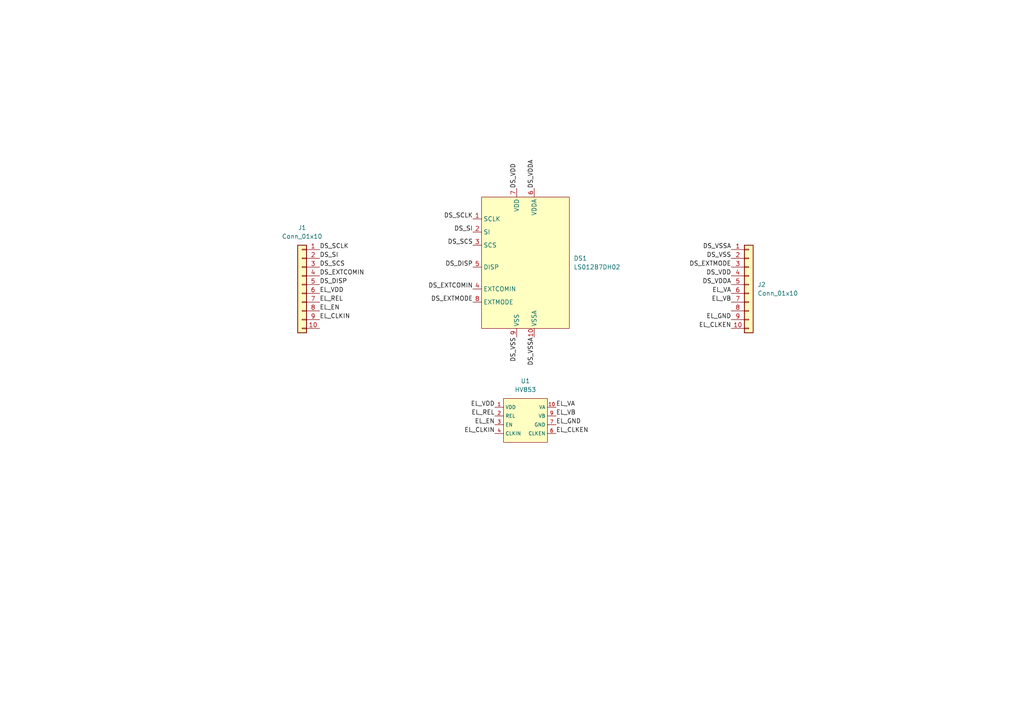
<source format=kicad_sch>
(kicad_sch (version 20211123) (generator eeschema)

  (uuid ca0bcb00-6c2d-4ac8-b98a-45786f6351ae)

  (paper "A4")

  (lib_symbols
    (symbol "Connector_Generic:Conn_01x10" (pin_names (offset 1.016) hide) (in_bom yes) (on_board yes)
      (property "Reference" "J" (id 0) (at 0 12.7 0)
        (effects (font (size 1.27 1.27)))
      )
      (property "Value" "Conn_01x10" (id 1) (at 0 -15.24 0)
        (effects (font (size 1.27 1.27)))
      )
      (property "Footprint" "" (id 2) (at 0 0 0)
        (effects (font (size 1.27 1.27)) hide)
      )
      (property "Datasheet" "~" (id 3) (at 0 0 0)
        (effects (font (size 1.27 1.27)) hide)
      )
      (property "ki_keywords" "connector" (id 4) (at 0 0 0)
        (effects (font (size 1.27 1.27)) hide)
      )
      (property "ki_description" "Generic connector, single row, 01x10, script generated (kicad-library-utils/schlib/autogen/connector/)" (id 5) (at 0 0 0)
        (effects (font (size 1.27 1.27)) hide)
      )
      (property "ki_fp_filters" "Connector*:*_1x??_*" (id 6) (at 0 0 0)
        (effects (font (size 1.27 1.27)) hide)
      )
      (symbol "Conn_01x10_1_1"
        (rectangle (start -1.27 -12.573) (end 0 -12.827)
          (stroke (width 0.1524) (type default) (color 0 0 0 0))
          (fill (type none))
        )
        (rectangle (start -1.27 -10.033) (end 0 -10.287)
          (stroke (width 0.1524) (type default) (color 0 0 0 0))
          (fill (type none))
        )
        (rectangle (start -1.27 -7.493) (end 0 -7.747)
          (stroke (width 0.1524) (type default) (color 0 0 0 0))
          (fill (type none))
        )
        (rectangle (start -1.27 -4.953) (end 0 -5.207)
          (stroke (width 0.1524) (type default) (color 0 0 0 0))
          (fill (type none))
        )
        (rectangle (start -1.27 -2.413) (end 0 -2.667)
          (stroke (width 0.1524) (type default) (color 0 0 0 0))
          (fill (type none))
        )
        (rectangle (start -1.27 0.127) (end 0 -0.127)
          (stroke (width 0.1524) (type default) (color 0 0 0 0))
          (fill (type none))
        )
        (rectangle (start -1.27 2.667) (end 0 2.413)
          (stroke (width 0.1524) (type default) (color 0 0 0 0))
          (fill (type none))
        )
        (rectangle (start -1.27 5.207) (end 0 4.953)
          (stroke (width 0.1524) (type default) (color 0 0 0 0))
          (fill (type none))
        )
        (rectangle (start -1.27 7.747) (end 0 7.493)
          (stroke (width 0.1524) (type default) (color 0 0 0 0))
          (fill (type none))
        )
        (rectangle (start -1.27 10.287) (end 0 10.033)
          (stroke (width 0.1524) (type default) (color 0 0 0 0))
          (fill (type none))
        )
        (rectangle (start -1.27 11.43) (end 1.27 -13.97)
          (stroke (width 0.254) (type default) (color 0 0 0 0))
          (fill (type background))
        )
        (pin passive line (at -5.08 10.16 0) (length 3.81)
          (name "Pin_1" (effects (font (size 1.27 1.27))))
          (number "1" (effects (font (size 1.27 1.27))))
        )
        (pin passive line (at -5.08 -12.7 0) (length 3.81)
          (name "Pin_10" (effects (font (size 1.27 1.27))))
          (number "10" (effects (font (size 1.27 1.27))))
        )
        (pin passive line (at -5.08 7.62 0) (length 3.81)
          (name "Pin_2" (effects (font (size 1.27 1.27))))
          (number "2" (effects (font (size 1.27 1.27))))
        )
        (pin passive line (at -5.08 5.08 0) (length 3.81)
          (name "Pin_3" (effects (font (size 1.27 1.27))))
          (number "3" (effects (font (size 1.27 1.27))))
        )
        (pin passive line (at -5.08 2.54 0) (length 3.81)
          (name "Pin_4" (effects (font (size 1.27 1.27))))
          (number "4" (effects (font (size 1.27 1.27))))
        )
        (pin passive line (at -5.08 0 0) (length 3.81)
          (name "Pin_5" (effects (font (size 1.27 1.27))))
          (number "5" (effects (font (size 1.27 1.27))))
        )
        (pin passive line (at -5.08 -2.54 0) (length 3.81)
          (name "Pin_6" (effects (font (size 1.27 1.27))))
          (number "6" (effects (font (size 1.27 1.27))))
        )
        (pin passive line (at -5.08 -5.08 0) (length 3.81)
          (name "Pin_7" (effects (font (size 1.27 1.27))))
          (number "7" (effects (font (size 1.27 1.27))))
        )
        (pin passive line (at -5.08 -7.62 0) (length 3.81)
          (name "Pin_8" (effects (font (size 1.27 1.27))))
          (number "8" (effects (font (size 1.27 1.27))))
        )
        (pin passive line (at -5.08 -10.16 0) (length 3.81)
          (name "Pin_9" (effects (font (size 1.27 1.27))))
          (number "9" (effects (font (size 1.27 1.27))))
        )
      )
    )
    (symbol "watch:HV853" (in_bom yes) (on_board yes)
      (property "Reference" "U" (id 0) (at -6.35 7.62 0)
        (effects (font (size 1.27 1.27)) (justify left))
      )
      (property "Value" "HV853" (id 1) (at -6.35 -7.62 0)
        (effects (font (size 1.27 1.27)) (justify left))
      )
      (property "Footprint" "Package_DFN_QFN:DFN-10-1EP_3x3mm_P0.5mm_EP1.65x2.38mm" (id 2) (at -1.27 0 0)
        (effects (font (size 1.27 1.27)) hide)
      )
      (property "Datasheet" "" (id 3) (at -1.27 0 0)
        (effects (font (size 1.27 1.27)) hide)
      )
      (symbol "HV853_0_1"
        (rectangle (start -6.35 6.35) (end 6.35 -6.35)
          (stroke (width 0) (type default) (color 0 0 0 0))
          (fill (type background))
        )
      )
      (symbol "HV853_1_1"
        (pin power_in line (at -8.89 3.81 0) (length 2.54)
          (name "VDD" (effects (font (size 1.016 1.016))))
          (number "1" (effects (font (size 1.016 1.016))))
        )
        (pin output line (at 8.89 3.81 180) (length 2.54)
          (name "VA" (effects (font (size 1.016 1.016))))
          (number "10" (effects (font (size 1.016 1.016))))
        )
        (pin input line (at -8.89 1.27 0) (length 2.54)
          (name "REL" (effects (font (size 1.016 1.016))))
          (number "2" (effects (font (size 1.016 1.016))))
        )
        (pin input line (at -8.89 -1.27 0) (length 2.54)
          (name "EN" (effects (font (size 1.016 1.016))))
          (number "3" (effects (font (size 1.016 1.016))))
        )
        (pin input line (at -8.89 -3.81 0) (length 2.54)
          (name "CLKIN" (effects (font (size 1.016 1.016))))
          (number "4" (effects (font (size 1.016 1.016))))
        )
        (pin no_connect line (at -10.16 -11.43 180) (length 2.54) hide
          (name "NC" (effects (font (size 1.016 1.016))))
          (number "5" (effects (font (size 1.016 1.016))))
        )
        (pin input line (at 8.89 -3.81 180) (length 2.54)
          (name "CLKEN" (effects (font (size 1.016 1.016))))
          (number "6" (effects (font (size 1.016 1.016))))
        )
        (pin power_in line (at 8.89 -1.27 180) (length 2.54)
          (name "GND" (effects (font (size 1.016 1.016))))
          (number "7" (effects (font (size 1.016 1.016))))
        )
        (pin power_in line (at 8.89 -1.27 180) (length 2.54) hide
          (name "GND" (effects (font (size 1.016 1.016))))
          (number "8" (effects (font (size 1.016 1.016))))
        )
        (pin output line (at 8.89 1.27 180) (length 2.54)
          (name "VB" (effects (font (size 1.016 1.016))))
          (number "9" (effects (font (size 1.016 1.016))))
        )
      )
    )
    (symbol "watch:LS012B7DH02" (in_bom yes) (on_board yes)
      (property "Reference" "DS" (id 0) (at -11.43 20.32 0)
        (effects (font (size 1.27 1.27)))
      )
      (property "Value" "LS012B7DH02" (id 1) (at 12.7 -24.13 0)
        (effects (font (size 1.27 1.27)))
      )
      (property "Footprint" "watch:AYF531035A" (id 2) (at 0 0 0)
        (effects (font (size 1.27 1.27)) hide)
      )
      (property "Datasheet" "" (id 3) (at 0 0 0)
        (effects (font (size 1.27 1.27)) hide)
      )
      (symbol "LS012B7DH02_0_1"
        (rectangle (start -12.7 19.05) (end 12.7 -19.05)
          (stroke (width 0) (type default) (color 0 0 0 0))
          (fill (type background))
        )
      )
      (symbol "LS012B7DH02_1_1"
        (pin input line (at -15.24 12.7 0) (length 2.54)
          (name "SCLK" (effects (font (size 1.27 1.27))))
          (number "1" (effects (font (size 1.27 1.27))))
        )
        (pin input line (at 2.54 -21.59 90) (length 2.54)
          (name "VSSA" (effects (font (size 1.27 1.27))))
          (number "10" (effects (font (size 1.27 1.27))))
        )
        (pin input line (at -15.24 8.89 0) (length 2.54)
          (name "SI" (effects (font (size 1.27 1.27))))
          (number "2" (effects (font (size 1.27 1.27))))
        )
        (pin input line (at -15.24 5.08 0) (length 2.54)
          (name "SCS" (effects (font (size 1.27 1.27))))
          (number "3" (effects (font (size 1.27 1.27))))
        )
        (pin input line (at -15.24 -7.62 0) (length 2.54)
          (name "EXTCOMIN" (effects (font (size 1.27 1.27))))
          (number "4" (effects (font (size 1.27 1.27))))
        )
        (pin input line (at -15.24 -1.27 0) (length 2.54)
          (name "DISP" (effects (font (size 1.27 1.27))))
          (number "5" (effects (font (size 1.27 1.27))))
        )
        (pin input line (at 2.54 21.59 270) (length 2.54)
          (name "VDDA" (effects (font (size 1.27 1.27))))
          (number "6" (effects (font (size 1.27 1.27))))
        )
        (pin input line (at -2.54 21.59 270) (length 2.54)
          (name "VDD" (effects (font (size 1.27 1.27))))
          (number "7" (effects (font (size 1.27 1.27))))
        )
        (pin input line (at -15.24 -11.43 0) (length 2.54)
          (name "EXTMODE" (effects (font (size 1.27 1.27))))
          (number "8" (effects (font (size 1.27 1.27))))
        )
        (pin input line (at -2.54 -21.59 90) (length 2.54)
          (name "VSS" (effects (font (size 1.27 1.27))))
          (number "9" (effects (font (size 1.27 1.27))))
        )
      )
    )
  )


  (label "DS_SI" (at 92.71 74.93 0)
    (effects (font (size 1.27 1.27)) (justify left bottom))
    (uuid 0205ae50-a9c9-49e7-acbc-6af6c0ed099a)
  )
  (label "DS_VDD" (at 149.86 54.61 90)
    (effects (font (size 1.27 1.27)) (justify left bottom))
    (uuid 06505aeb-c357-4e57-82f5-7ef6fd518222)
  )
  (label "EL_VB" (at 212.09 87.63 180)
    (effects (font (size 1.27 1.27)) (justify right bottom))
    (uuid 09b4f290-13da-45b3-bf6d-39de83ac7c88)
  )
  (label "EL_CLKIN" (at 92.71 92.71 0)
    (effects (font (size 1.27 1.27)) (justify left bottom))
    (uuid 0e46e9c2-a099-470d-9dc5-1f9b916c7f23)
  )
  (label "DS_SI" (at 137.16 67.31 180)
    (effects (font (size 1.27 1.27)) (justify right bottom))
    (uuid 162c0183-fc88-4b4d-bb3e-e04abfc828d9)
  )
  (label "EL_GND" (at 212.09 92.71 180)
    (effects (font (size 1.27 1.27)) (justify right bottom))
    (uuid 1e074ce8-647c-4c86-9dda-4f38bdc933de)
  )
  (label "DS_DISP" (at 92.71 82.55 0)
    (effects (font (size 1.27 1.27)) (justify left bottom))
    (uuid 227d70f6-4f93-472f-81a9-61a4e9090b87)
  )
  (label "EL_CLKEN" (at 212.09 95.25 180)
    (effects (font (size 1.27 1.27)) (justify right bottom))
    (uuid 260126e8-f4cd-4723-ab56-2738cbb81e4c)
  )
  (label "DS_EXTCOMIN" (at 137.16 83.82 180)
    (effects (font (size 1.27 1.27)) (justify right bottom))
    (uuid 2bebfc5e-0e49-408a-8421-9998bc8471f3)
  )
  (label "EL_VA" (at 161.29 118.11 0)
    (effects (font (size 1.27 1.27)) (justify left bottom))
    (uuid 38745108-86ad-40fe-b825-fc2055d436ef)
  )
  (label "EL_CLKIN" (at 143.51 125.73 180)
    (effects (font (size 1.27 1.27)) (justify right bottom))
    (uuid 41e24dfc-d515-49ab-a4a0-80c7ba1b01e1)
  )
  (label "DS_SCLK" (at 92.71 72.39 0)
    (effects (font (size 1.27 1.27)) (justify left bottom))
    (uuid 4bb96684-929c-434b-b784-79567c071242)
  )
  (label "EL_EN" (at 143.51 123.19 180)
    (effects (font (size 1.27 1.27)) (justify right bottom))
    (uuid 542f0232-218e-4944-8cce-6af4610467cf)
  )
  (label "DS_VSSA" (at 212.09 72.39 180)
    (effects (font (size 1.27 1.27)) (justify right bottom))
    (uuid 6f1bf958-a8c0-4c2b-81da-53d4378df595)
  )
  (label "DS_SCLK" (at 137.16 63.5 180)
    (effects (font (size 1.27 1.27)) (justify right bottom))
    (uuid 70ae09ee-fef1-4bfe-9a15-3afd0d3b4004)
  )
  (label "DS_VDD" (at 212.09 80.01 180)
    (effects (font (size 1.27 1.27)) (justify right bottom))
    (uuid 70dc1d08-941a-4f75-9eb0-0140de6afe28)
  )
  (label "EL_CLKEN" (at 161.29 125.73 0)
    (effects (font (size 1.27 1.27)) (justify left bottom))
    (uuid 7719a88a-fc6e-4c5b-b8a3-cc29028c7caf)
  )
  (label "EL_VDD" (at 143.51 118.11 180)
    (effects (font (size 1.27 1.27)) (justify right bottom))
    (uuid 80a15a2e-236b-42aa-9eab-081801a9869d)
  )
  (label "EL_GND" (at 161.29 123.19 0)
    (effects (font (size 1.27 1.27)) (justify left bottom))
    (uuid 8582149f-c66c-4f0b-8c9c-03570eeed670)
  )
  (label "EL_VB" (at 161.29 120.65 0)
    (effects (font (size 1.27 1.27)) (justify left bottom))
    (uuid 89143cbf-5542-45c7-88c7-61374ed3989b)
  )
  (label "EL_VA" (at 212.09 85.09 180)
    (effects (font (size 1.27 1.27)) (justify right bottom))
    (uuid 8a2af438-4b93-4e4d-aa8a-e0440990d140)
  )
  (label "DS_VDDA" (at 212.09 82.55 180)
    (effects (font (size 1.27 1.27)) (justify right bottom))
    (uuid 9912ef8e-7126-4597-af81-fad8b83314e8)
  )
  (label "DS_SCS" (at 137.16 71.12 180)
    (effects (font (size 1.27 1.27)) (justify right bottom))
    (uuid c1159524-a0cf-4591-85e8-2ddf728baf68)
  )
  (label "EL_REL" (at 92.71 87.63 0)
    (effects (font (size 1.27 1.27)) (justify left bottom))
    (uuid c203a4db-f43c-4a54-9cec-9e76cf17b291)
  )
  (label "DS_VSS" (at 212.09 74.93 180)
    (effects (font (size 1.27 1.27)) (justify right bottom))
    (uuid c8ef6354-04c0-4926-9e8f-9a940e24e4c7)
  )
  (label "EL_VDD" (at 92.71 85.09 0)
    (effects (font (size 1.27 1.27)) (justify left bottom))
    (uuid ca09cb2a-8505-4a79-9be2-c3f8e1feffd3)
  )
  (label "DS_EXTMODE" (at 137.16 87.63 180)
    (effects (font (size 1.27 1.27)) (justify right bottom))
    (uuid cc64733b-e2ba-401c-bed7-64c25c8af580)
  )
  (label "DS_DISP" (at 137.16 77.47 180)
    (effects (font (size 1.27 1.27)) (justify right bottom))
    (uuid d7a05a0c-9f03-4168-a6c6-5cfc3e07cd59)
  )
  (label "DS_VSSA" (at 154.94 97.79 270)
    (effects (font (size 1.27 1.27)) (justify right bottom))
    (uuid d9460d66-7b0c-47b6-abf2-b4f07092bab8)
  )
  (label "DS_EXTCOMIN" (at 92.71 80.01 0)
    (effects (font (size 1.27 1.27)) (justify left bottom))
    (uuid e01b046e-b14a-4946-b513-06832dfedfff)
  )
  (label "DS_VDDA" (at 154.94 54.61 90)
    (effects (font (size 1.27 1.27)) (justify left bottom))
    (uuid e16d374c-5bfe-4834-a15c-f296743a4fd0)
  )
  (label "EL_REL" (at 143.51 120.65 180)
    (effects (font (size 1.27 1.27)) (justify right bottom))
    (uuid eb504391-f57b-4b04-9b37-01370d5e8ba1)
  )
  (label "DS_SCS" (at 92.71 77.47 0)
    (effects (font (size 1.27 1.27)) (justify left bottom))
    (uuid ed451b42-72fd-458c-9e60-bfa89395cf1c)
  )
  (label "EL_EN" (at 92.71 90.17 0)
    (effects (font (size 1.27 1.27)) (justify left bottom))
    (uuid f263ee7e-a8ca-4341-807f-7859fbb2ccfe)
  )
  (label "DS_EXTMODE" (at 212.09 77.47 180)
    (effects (font (size 1.27 1.27)) (justify right bottom))
    (uuid f337262a-98f5-443c-af09-1ab65695862d)
  )
  (label "DS_VSS" (at 149.86 97.79 270)
    (effects (font (size 1.27 1.27)) (justify right bottom))
    (uuid f643b1d6-eae7-42ac-ab73-d36559984c4d)
  )

  (symbol (lib_id "Connector_Generic:Conn_01x10") (at 87.63 82.55 0) (mirror y) (unit 1)
    (in_bom yes) (on_board yes) (fields_autoplaced)
    (uuid 00cb7fb4-11f2-480d-a155-4755b4643aa3)
    (property "Reference" "J1" (id 0) (at 87.63 66.04 0))
    (property "Value" "Conn_01x10" (id 1) (at 87.63 68.58 0))
    (property "Footprint" "" (id 2) (at 87.63 82.55 0)
      (effects (font (size 1.27 1.27)) hide)
    )
    (property "Datasheet" "~" (id 3) (at 87.63 82.55 0)
      (effects (font (size 1.27 1.27)) hide)
    )
    (pin "1" (uuid e023391a-a0b7-4702-b775-2a9cb6a8d33f))
    (pin "10" (uuid 15cea038-e6e0-49ac-b8ef-14b75b46344e))
    (pin "2" (uuid 5d18cb1d-ba47-4bb2-a808-bf27dbfa056b))
    (pin "3" (uuid 7d41d9bb-4d6c-4c4e-bdd3-f44cbfe2c55e))
    (pin "4" (uuid 08cff33d-ea24-48fb-95b8-1cd1c2796f27))
    (pin "5" (uuid c135f5e0-c5ce-44d0-b49d-04579ae1251c))
    (pin "6" (uuid 4fbbbaaf-8a91-4f25-b63b-fa95f8b86ccc))
    (pin "7" (uuid d7f00f9d-8b51-443d-83df-b696cdf218af))
    (pin "8" (uuid 0fcdc654-9831-4806-8cec-3854e805c879))
    (pin "9" (uuid d18c94c2-4661-4a77-b2cf-273732275965))
  )

  (symbol (lib_id "Connector_Generic:Conn_01x10") (at 217.17 82.55 0) (unit 1)
    (in_bom yes) (on_board yes) (fields_autoplaced)
    (uuid 19715fd8-fa28-45ec-af5e-d3d07c759041)
    (property "Reference" "J2" (id 0) (at 219.71 82.5499 0)
      (effects (font (size 1.27 1.27)) (justify left))
    )
    (property "Value" "Conn_01x10" (id 1) (at 219.71 85.0899 0)
      (effects (font (size 1.27 1.27)) (justify left))
    )
    (property "Footprint" "Connector_PinHeader_2.54mm:PinHeader_1x10_P2.54mm_Vertical" (id 2) (at 217.17 82.55 0)
      (effects (font (size 1.27 1.27)) hide)
    )
    (property "Datasheet" "~" (id 3) (at 217.17 82.55 0)
      (effects (font (size 1.27 1.27)) hide)
    )
    (pin "1" (uuid e32f9595-3bb5-4710-a714-52f543342a9c))
    (pin "10" (uuid 623f801c-f41b-4e1b-b098-cf0efe88f43a))
    (pin "2" (uuid c6875a94-53a7-45af-95e1-19d4d05a9e43))
    (pin "3" (uuid 28b6463a-96c6-46b0-b9e2-4922a4e2adfd))
    (pin "4" (uuid c3253cf7-b363-4f46-be84-117d7e74d868))
    (pin "5" (uuid 38a4e710-6c55-47d6-ac3f-c54d3ed36c80))
    (pin "6" (uuid 8ace9225-7dbe-4e1b-be04-aeab393eff31))
    (pin "7" (uuid c08acba9-3c98-4608-9a0a-6175598c2984))
    (pin "8" (uuid 159aab35-b912-422d-9980-946fd58d6daf))
    (pin "9" (uuid 4bbc5c1e-44c4-48f7-9a55-d6506d502b61))
  )

  (symbol (lib_id "watch:LS012B7DH02") (at 152.4 76.2 0) (unit 1)
    (in_bom yes) (on_board yes) (fields_autoplaced)
    (uuid 74cc08c2-635c-46a6-9c00-8192d38af707)
    (property "Reference" "DS1" (id 0) (at 166.37 74.9299 0)
      (effects (font (size 1.27 1.27)) (justify left))
    )
    (property "Value" "LS012B7DH02" (id 1) (at 166.37 77.4699 0)
      (effects (font (size 1.27 1.27)) (justify left))
    )
    (property "Footprint" "watch:AYF531035A" (id 2) (at 152.4 76.2 0)
      (effects (font (size 1.27 1.27)) hide)
    )
    (property "Datasheet" "" (id 3) (at 152.4 76.2 0)
      (effects (font (size 1.27 1.27)) hide)
    )
    (pin "1" (uuid 5ffeca39-af1e-42fb-99ef-13b695c95b6c))
    (pin "10" (uuid 5dee697b-53b3-467e-8674-2b935dbc3c8e))
    (pin "2" (uuid ccf00551-9c11-4dfd-b046-66bf42fcd6e6))
    (pin "3" (uuid f707c54d-a386-4ad1-a98f-b81b5e5acf15))
    (pin "4" (uuid 6cd7acc0-7f07-493f-aa0b-e9d5cec3861b))
    (pin "5" (uuid bed97866-89a8-46ce-81e4-512486ee1422))
    (pin "6" (uuid a16b40b9-864e-4f93-a3e7-dd7d7c3f63a1))
    (pin "7" (uuid a10b8cb5-a93a-4b4a-a34a-e85c8af594d9))
    (pin "8" (uuid a3ee3630-145e-4992-b6a6-a13f14e9f790))
    (pin "9" (uuid 40ea489d-de78-4556-bf00-0a0578e56cb8))
  )

  (symbol (lib_id "watch:HV853") (at 152.4 121.92 0) (unit 1)
    (in_bom yes) (on_board yes) (fields_autoplaced)
    (uuid bf28c2a6-bb06-4440-9278-3fe5e98b8d78)
    (property "Reference" "U1" (id 0) (at 152.4 110.49 0))
    (property "Value" "HV853" (id 1) (at 152.4 113.03 0))
    (property "Footprint" "Package_DFN_QFN:DFN-10-1EP_3x3mm_P0.5mm_EP1.65x2.38mm" (id 2) (at 151.13 121.92 0)
      (effects (font (size 1.27 1.27)) hide)
    )
    (property "Datasheet" "" (id 3) (at 151.13 121.92 0)
      (effects (font (size 1.27 1.27)) hide)
    )
    (pin "1" (uuid 906b6eb8-4976-44a1-b10a-0610095b8b9b))
    (pin "10" (uuid f23ba83d-809f-4803-925e-6acc3c957d22))
    (pin "2" (uuid 1b252da0-2934-46ee-845d-d98caa9386a0))
    (pin "3" (uuid 2ee87970-b36b-404f-9d16-b980cf7dcd61))
    (pin "4" (uuid 3660fa33-2ead-4ad2-bd43-54f2c6c3835b))
    (pin "5" (uuid 07d7a1f7-1942-4ef2-84c3-134590eb1b8c))
    (pin "6" (uuid 2e153f5f-1953-4d28-bfde-30ae1a749465))
    (pin "7" (uuid 933c980b-2425-445e-b374-66a300a3c42d))
    (pin "8" (uuid 04135eb6-3b75-4cda-be68-63e4d9cdbb70))
    (pin "9" (uuid ebac0e92-b613-499f-aed4-3d9dadf53337))
  )

  (sheet_instances
    (path "/" (page "1"))
  )

  (symbol_instances
    (path "/74cc08c2-635c-46a6-9c00-8192d38af707"
      (reference "DS1") (unit 1) (value "LS012B7DH02") (footprint "watch:AYF531035A")
    )
    (path "/00cb7fb4-11f2-480d-a155-4755b4643aa3"
      (reference "J1") (unit 1) (value "Conn_01x10") (footprint "Connector_PinHeader_2.54mm:PinHeader_1x10_P2.54mm_Vertical")
    )
    (path "/19715fd8-fa28-45ec-af5e-d3d07c759041"
      (reference "J2") (unit 1) (value "Conn_01x10") (footprint "Connector_PinHeader_2.54mm:PinHeader_1x10_P2.54mm_Vertical")
    )
    (path "/bf28c2a6-bb06-4440-9278-3fe5e98b8d78"
      (reference "U1") (unit 1) (value "HV853") (footprint "Package_DFN_QFN:DFN-10-1EP_3x3mm_P0.5mm_EP1.65x2.38mm")
    )
  )
)

</source>
